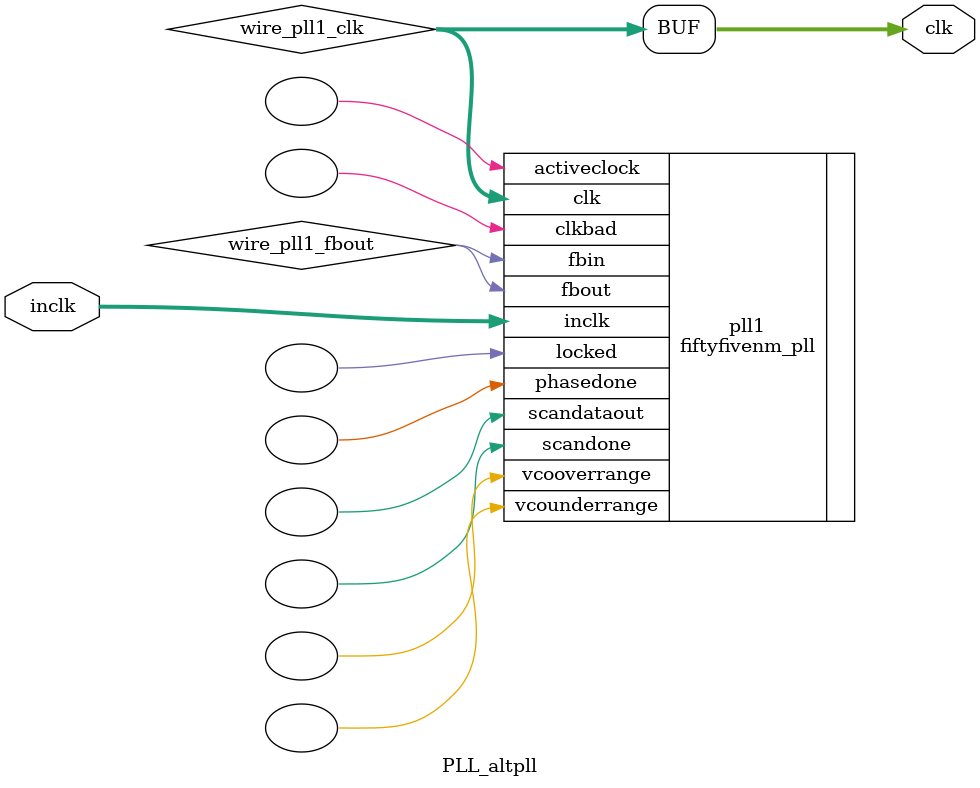
<source format=v>






//synthesis_resources = fiftyfivenm_pll 1 
//synopsys translate_off
`timescale 1 ps / 1 ps
//synopsys translate_on
module  PLL_altpll
	( 
	clk,
	inclk) /* synthesis synthesis_clearbox=1 */;
	output   [4:0]  clk;
	input   [1:0]  inclk;
`ifndef ALTERA_RESERVED_QIS
// synopsys translate_off
`endif
	tri0   [1:0]  inclk;
`ifndef ALTERA_RESERVED_QIS
// synopsys translate_on
`endif

	wire  [4:0]   wire_pll1_clk;
	wire  wire_pll1_fbout;

	fiftyfivenm_pll   pll1
	( 
	.activeclock(),
	.clk(wire_pll1_clk),
	.clkbad(),
	.fbin(wire_pll1_fbout),
	.fbout(wire_pll1_fbout),
	.inclk(inclk),
	.locked(),
	.phasedone(),
	.scandataout(),
	.scandone(),
	.vcooverrange(),
	.vcounderrange()
	`ifndef FORMAL_VERIFICATION
	// synopsys translate_off
	`endif
	,
	.areset(1'b0),
	.clkswitch(1'b0),
	.configupdate(1'b0),
	.pfdena(1'b1),
	.phasecounterselect({3{1'b0}}),
	.phasestep(1'b0),
	.phaseupdown(1'b0),
	.scanclk(1'b0),
	.scanclkena(1'b1),
	.scandata(1'b0)
	`ifndef FORMAL_VERIFICATION
	// synopsys translate_on
	`endif
	);
	defparam
		pll1.bandwidth_type = "auto",
		pll1.clk0_divide_by = 1,
		pll1.clk0_duty_cycle = 50,
		pll1.clk0_multiply_by = 4,
		pll1.clk0_phase_shift = "0",
		pll1.compensate_clock = "clk0",
		pll1.inclk0_input_frequency = 83333,
		pll1.operation_mode = "normal",
		pll1.pll_type = "auto",
		pll1.lpm_type = "fiftyfivenm_pll";
	assign
		clk = {wire_pll1_clk[4:0]};
endmodule //PLL_altpll
//VALID FILE

</source>
